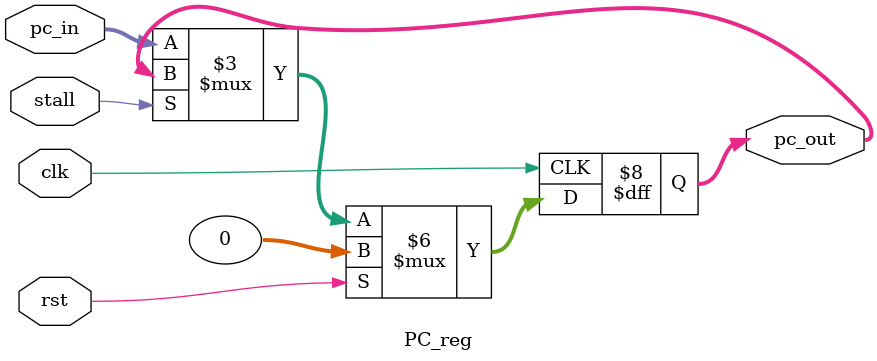
<source format=v>

module PC_reg (clk,rst,stall,pc_in,pc_out);

    // Base address for the first memory location
    parameter BASE_LOCATION = 32'h00000000;
    // Size of the instruction
    parameter SIZE = 32;
    
    input [SIZE-1:0] pc_in ;
    input clk, rst, stall ;
    output reg [SIZE-1:0] pc_out ;

    always @(posedge clk) begin
        if (rst) begin
            pc_out <= BASE_LOCATION;
        end
        else if (!stall)
            pc_out <= pc_in;
    end
endmodule
</source>
